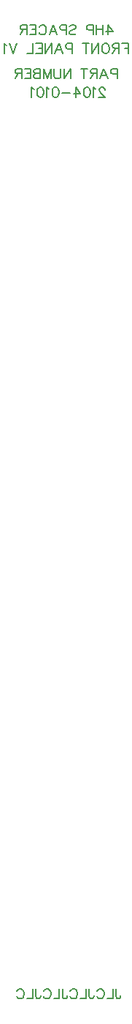
<source format=gbo>
G04 Layer: BottomSilkscreenLayer*
G04 EasyEDA v6.5.29, 2023-07-18 11:26:45*
G04 717a18994d7c41279664b680ba610972,5a6b42c53f6a479593ecc07194224c93,10*
G04 Gerber Generator version 0.2*
G04 Scale: 100 percent, Rotated: No, Reflected: No *
G04 Dimensions in millimeters *
G04 leading zeros omitted , absolute positions ,4 integer and 5 decimal *
%FSLAX45Y45*%
%MOMM*%

%ADD10C,0.2032*%

%LPD*%
D10*
X1574800Y11551089D02*
G01*
X1574800Y11436545D01*
X1574800Y11551089D02*
G01*
X1525709Y11551089D01*
X1509346Y11545636D01*
X1503890Y11540182D01*
X1498437Y11529273D01*
X1498437Y11512908D01*
X1503890Y11501998D01*
X1509346Y11496545D01*
X1525709Y11491089D01*
X1574800Y11491089D01*
X1418800Y11551089D02*
G01*
X1462435Y11436545D01*
X1418800Y11551089D02*
G01*
X1375163Y11436545D01*
X1446072Y11474726D02*
G01*
X1391528Y11474726D01*
X1339164Y11551089D02*
G01*
X1339164Y11436545D01*
X1339164Y11551089D02*
G01*
X1290073Y11551089D01*
X1273710Y11545636D01*
X1268255Y11540182D01*
X1262801Y11529273D01*
X1262801Y11518364D01*
X1268255Y11507454D01*
X1273710Y11501998D01*
X1290073Y11496545D01*
X1339164Y11496545D01*
X1300982Y11496545D02*
G01*
X1262801Y11436545D01*
X1188618Y11551089D02*
G01*
X1188618Y11436545D01*
X1226799Y11551089D02*
G01*
X1150437Y11551089D01*
X1030437Y11551089D02*
G01*
X1030437Y11436545D01*
X1030437Y11551089D02*
G01*
X954074Y11436545D01*
X954074Y11551089D02*
G01*
X954074Y11436545D01*
X918072Y11551089D02*
G01*
X918072Y11469273D01*
X912619Y11452908D01*
X901710Y11441998D01*
X885347Y11436545D01*
X874438Y11436545D01*
X858072Y11441998D01*
X847166Y11452908D01*
X841710Y11469273D01*
X841710Y11551089D01*
X805710Y11551089D02*
G01*
X805710Y11436545D01*
X805710Y11551089D02*
G01*
X762073Y11436545D01*
X718438Y11551089D02*
G01*
X762073Y11436545D01*
X718438Y11551089D02*
G01*
X718438Y11436545D01*
X682437Y11551089D02*
G01*
X682437Y11436545D01*
X682437Y11551089D02*
G01*
X633346Y11551089D01*
X616983Y11545636D01*
X611530Y11540182D01*
X606074Y11529273D01*
X606074Y11518364D01*
X611530Y11507454D01*
X616983Y11501998D01*
X633346Y11496545D01*
X682437Y11496545D02*
G01*
X633346Y11496545D01*
X616983Y11491089D01*
X611530Y11485636D01*
X606074Y11474726D01*
X606074Y11458364D01*
X611530Y11447454D01*
X616983Y11441998D01*
X633346Y11436545D01*
X682437Y11436545D01*
X570075Y11551089D02*
G01*
X570075Y11436545D01*
X570075Y11551089D02*
G01*
X499165Y11551089D01*
X570075Y11496545D02*
G01*
X526437Y11496545D01*
X570075Y11436545D02*
G01*
X499165Y11436545D01*
X463166Y11551089D02*
G01*
X463166Y11436545D01*
X463166Y11551089D02*
G01*
X414075Y11551089D01*
X397710Y11545636D01*
X392257Y11540182D01*
X386801Y11529273D01*
X386801Y11518364D01*
X392257Y11507454D01*
X397710Y11501998D01*
X414075Y11496545D01*
X463166Y11496545D01*
X424985Y11496545D02*
G01*
X386801Y11436545D01*
X1701800Y11843189D02*
G01*
X1701800Y11728645D01*
X1701800Y11843189D02*
G01*
X1630890Y11843189D01*
X1701800Y11788645D02*
G01*
X1658162Y11788645D01*
X1594891Y11843189D02*
G01*
X1594891Y11728645D01*
X1594891Y11843189D02*
G01*
X1545800Y11843189D01*
X1529435Y11837736D01*
X1523982Y11832282D01*
X1518528Y11821373D01*
X1518528Y11810464D01*
X1523982Y11799554D01*
X1529435Y11794098D01*
X1545800Y11788645D01*
X1594891Y11788645D01*
X1556710Y11788645D02*
G01*
X1518528Y11728645D01*
X1449801Y11843189D02*
G01*
X1460710Y11837736D01*
X1471617Y11826826D01*
X1477073Y11815917D01*
X1482526Y11799554D01*
X1482526Y11772282D01*
X1477073Y11755917D01*
X1471617Y11745008D01*
X1460710Y11734098D01*
X1449801Y11728645D01*
X1427982Y11728645D01*
X1417073Y11734098D01*
X1406164Y11745008D01*
X1400710Y11755917D01*
X1395255Y11772282D01*
X1395255Y11799554D01*
X1400710Y11815917D01*
X1406164Y11826826D01*
X1417073Y11837736D01*
X1427982Y11843189D01*
X1449801Y11843189D01*
X1359255Y11843189D02*
G01*
X1359255Y11728645D01*
X1359255Y11843189D02*
G01*
X1282890Y11728645D01*
X1282890Y11843189D02*
G01*
X1282890Y11728645D01*
X1208709Y11843189D02*
G01*
X1208709Y11728645D01*
X1246891Y11843189D02*
G01*
X1170528Y11843189D01*
X1050528Y11843189D02*
G01*
X1050528Y11728645D01*
X1050528Y11843189D02*
G01*
X1001438Y11843189D01*
X985072Y11837736D01*
X979619Y11832282D01*
X974166Y11821373D01*
X974166Y11805008D01*
X979619Y11794098D01*
X985072Y11788645D01*
X1001438Y11783189D01*
X1050528Y11783189D01*
X894529Y11843189D02*
G01*
X938164Y11728645D01*
X894529Y11843189D02*
G01*
X850892Y11728645D01*
X921801Y11766826D02*
G01*
X867255Y11766826D01*
X814892Y11843189D02*
G01*
X814892Y11728645D01*
X814892Y11843189D02*
G01*
X738530Y11728645D01*
X738530Y11843189D02*
G01*
X738530Y11728645D01*
X702528Y11843189D02*
G01*
X702528Y11728645D01*
X702528Y11843189D02*
G01*
X631619Y11843189D01*
X702528Y11788645D02*
G01*
X658893Y11788645D01*
X702528Y11728645D02*
G01*
X631619Y11728645D01*
X595619Y11843189D02*
G01*
X595619Y11728645D01*
X595619Y11728645D02*
G01*
X530166Y11728645D01*
X410166Y11843189D02*
G01*
X366529Y11728645D01*
X322892Y11843189D02*
G01*
X366529Y11728645D01*
X286893Y11821373D02*
G01*
X275983Y11826826D01*
X259621Y11843189D01*
X259621Y11728645D01*
X1469453Y12059089D02*
G01*
X1524000Y11982726D01*
X1442181Y11982726D01*
X1469453Y12059089D02*
G01*
X1469453Y11944545D01*
X1406182Y12059089D02*
G01*
X1406182Y11944545D01*
X1329819Y12059089D02*
G01*
X1329819Y11944545D01*
X1406182Y12004545D02*
G01*
X1329819Y12004545D01*
X1293817Y12059089D02*
G01*
X1293817Y11944545D01*
X1293817Y12059089D02*
G01*
X1244727Y12059089D01*
X1228364Y12053636D01*
X1222910Y12048182D01*
X1217455Y12037273D01*
X1217455Y12020908D01*
X1222910Y12009998D01*
X1228364Y12004545D01*
X1244727Y11999089D01*
X1293817Y11999089D01*
X1021092Y12042726D02*
G01*
X1032002Y12053636D01*
X1048364Y12059089D01*
X1070183Y12059089D01*
X1086545Y12053636D01*
X1097455Y12042726D01*
X1097455Y12031817D01*
X1092001Y12020908D01*
X1086545Y12015454D01*
X1075636Y12009998D01*
X1042911Y11999089D01*
X1032002Y11993636D01*
X1026546Y11988182D01*
X1021092Y11977273D01*
X1021092Y11960908D01*
X1032002Y11949998D01*
X1048364Y11944545D01*
X1070183Y11944545D01*
X1086545Y11949998D01*
X1097455Y11960908D01*
X985090Y12059089D02*
G01*
X985090Y11944545D01*
X985090Y12059089D02*
G01*
X936000Y12059089D01*
X919637Y12053636D01*
X914184Y12048182D01*
X908728Y12037273D01*
X908728Y12020908D01*
X914184Y12009998D01*
X919637Y12004545D01*
X936000Y11999089D01*
X985090Y11999089D01*
X829091Y12059089D02*
G01*
X872728Y11944545D01*
X829091Y12059089D02*
G01*
X785456Y11944545D01*
X856366Y11982726D02*
G01*
X801819Y11982726D01*
X667638Y12031817D02*
G01*
X673092Y12042726D01*
X684001Y12053636D01*
X694910Y12059089D01*
X716729Y12059089D01*
X727638Y12053636D01*
X738548Y12042726D01*
X744001Y12031817D01*
X749454Y12015454D01*
X749454Y11988182D01*
X744001Y11971817D01*
X738548Y11960908D01*
X727638Y11949998D01*
X716729Y11944545D01*
X694910Y11944545D01*
X684001Y11949998D01*
X673092Y11960908D01*
X667638Y11971817D01*
X631637Y12059089D02*
G01*
X631637Y11944545D01*
X631637Y12059089D02*
G01*
X560730Y12059089D01*
X631637Y12004545D02*
G01*
X588002Y12004545D01*
X631637Y11944545D02*
G01*
X560730Y11944545D01*
X524728Y12059089D02*
G01*
X524728Y11944545D01*
X524728Y12059089D02*
G01*
X475637Y12059089D01*
X459275Y12053636D01*
X453819Y12048182D01*
X448365Y12037273D01*
X448365Y12026364D01*
X453819Y12015454D01*
X459275Y12009998D01*
X475637Y12004545D01*
X524728Y12004545D01*
X486547Y12004545D02*
G01*
X448365Y11944545D01*
X1429646Y11307917D02*
G01*
X1429646Y11313373D01*
X1424190Y11324282D01*
X1418737Y11329736D01*
X1407828Y11335189D01*
X1386009Y11335189D01*
X1375100Y11329736D01*
X1369646Y11324282D01*
X1364190Y11313373D01*
X1364190Y11302464D01*
X1369646Y11291554D01*
X1380553Y11275189D01*
X1435100Y11220645D01*
X1358737Y11220645D01*
X1322735Y11313373D02*
G01*
X1311828Y11318826D01*
X1295463Y11335189D01*
X1295463Y11220645D01*
X1226736Y11335189D02*
G01*
X1243101Y11329736D01*
X1254010Y11313373D01*
X1259464Y11286098D01*
X1259464Y11269736D01*
X1254010Y11242464D01*
X1243101Y11226098D01*
X1226736Y11220645D01*
X1215826Y11220645D01*
X1199464Y11226098D01*
X1188554Y11242464D01*
X1183101Y11269736D01*
X1183101Y11286098D01*
X1188554Y11313373D01*
X1199464Y11329736D01*
X1215826Y11335189D01*
X1226736Y11335189D01*
X1092555Y11335189D02*
G01*
X1147099Y11258826D01*
X1065283Y11258826D01*
X1092555Y11335189D02*
G01*
X1092555Y11220645D01*
X1029281Y11269736D02*
G01*
X931100Y11269736D01*
X862373Y11335189D02*
G01*
X878738Y11329736D01*
X889647Y11313373D01*
X895101Y11286098D01*
X895101Y11269736D01*
X889647Y11242464D01*
X878738Y11226098D01*
X862373Y11220645D01*
X851463Y11220645D01*
X835101Y11226098D01*
X824191Y11242464D01*
X818738Y11269736D01*
X818738Y11286098D01*
X824191Y11313373D01*
X835101Y11329736D01*
X851463Y11335189D01*
X862373Y11335189D01*
X782736Y11313373D02*
G01*
X771829Y11318826D01*
X755464Y11335189D01*
X755464Y11220645D01*
X686737Y11335189D02*
G01*
X703102Y11329736D01*
X714011Y11313373D01*
X719465Y11286098D01*
X719465Y11269736D01*
X714011Y11242464D01*
X703102Y11226098D01*
X686737Y11220645D01*
X675827Y11220645D01*
X659465Y11226098D01*
X648555Y11242464D01*
X643102Y11269736D01*
X643102Y11286098D01*
X648555Y11313373D01*
X659465Y11329736D01*
X675827Y11335189D01*
X686737Y11335189D01*
X607100Y11313373D02*
G01*
X596191Y11318826D01*
X579828Y11335189D01*
X579828Y11220645D01*
X1558290Y908557D02*
G01*
X1558290Y821181D01*
X1563877Y804926D01*
X1569211Y799337D01*
X1580134Y794004D01*
X1591056Y794004D01*
X1601977Y799337D01*
X1607565Y804926D01*
X1612900Y821181D01*
X1612900Y832104D01*
X1522475Y908557D02*
G01*
X1522475Y794004D01*
X1522475Y794004D02*
G01*
X1456943Y794004D01*
X1339088Y881126D02*
G01*
X1344422Y892047D01*
X1355343Y902970D01*
X1366265Y908557D01*
X1388109Y908557D01*
X1399031Y902970D01*
X1409954Y892047D01*
X1415541Y881126D01*
X1420875Y864870D01*
X1420875Y837692D01*
X1415541Y821181D01*
X1409954Y810260D01*
X1399031Y799337D01*
X1388109Y794004D01*
X1366265Y794004D01*
X1355343Y799337D01*
X1344422Y810260D01*
X1339088Y821181D01*
X1248663Y908557D02*
G01*
X1248663Y821181D01*
X1253997Y804926D01*
X1259331Y799337D01*
X1270254Y794004D01*
X1281175Y794004D01*
X1292097Y799337D01*
X1297686Y804926D01*
X1303020Y821181D01*
X1303020Y832104D01*
X1212595Y908557D02*
G01*
X1212595Y794004D01*
X1212595Y794004D02*
G01*
X1147063Y794004D01*
X1029208Y881126D02*
G01*
X1034795Y892047D01*
X1045718Y902970D01*
X1056640Y908557D01*
X1078229Y908557D01*
X1089152Y902970D01*
X1100074Y892047D01*
X1105661Y881126D01*
X1110995Y864870D01*
X1110995Y837692D01*
X1105661Y821181D01*
X1100074Y810260D01*
X1089152Y799337D01*
X1078229Y794004D01*
X1056640Y794004D01*
X1045718Y799337D01*
X1034795Y810260D01*
X1029208Y821181D01*
X938784Y908557D02*
G01*
X938784Y821181D01*
X944118Y804926D01*
X949706Y799337D01*
X960627Y794004D01*
X971550Y794004D01*
X982472Y799337D01*
X987806Y804926D01*
X993140Y821181D01*
X993140Y832104D01*
X902715Y908557D02*
G01*
X902715Y794004D01*
X902715Y794004D02*
G01*
X837184Y794004D01*
X719327Y881126D02*
G01*
X724915Y892047D01*
X735838Y902970D01*
X746759Y908557D01*
X768604Y908557D01*
X779525Y902970D01*
X790447Y892047D01*
X795781Y881126D01*
X801370Y864870D01*
X801370Y837692D01*
X795781Y821181D01*
X790447Y810260D01*
X779525Y799337D01*
X768604Y794004D01*
X746759Y794004D01*
X735838Y799337D01*
X724915Y810260D01*
X719327Y821181D01*
X628904Y908557D02*
G01*
X628904Y821181D01*
X634237Y804926D01*
X639826Y799337D01*
X650747Y794004D01*
X661670Y794004D01*
X672591Y799337D01*
X677925Y804926D01*
X683513Y821181D01*
X683513Y832104D01*
X592836Y908557D02*
G01*
X592836Y794004D01*
X592836Y794004D02*
G01*
X527557Y794004D01*
X409702Y881126D02*
G01*
X415036Y892047D01*
X425957Y902970D01*
X436879Y908557D01*
X458723Y908557D01*
X469645Y902970D01*
X480568Y892047D01*
X485902Y881126D01*
X491489Y864870D01*
X491489Y837692D01*
X485902Y821181D01*
X480568Y810260D01*
X469645Y799337D01*
X458723Y794004D01*
X436879Y794004D01*
X425957Y799337D01*
X415036Y810260D01*
X409702Y821181D01*
M02*

</source>
